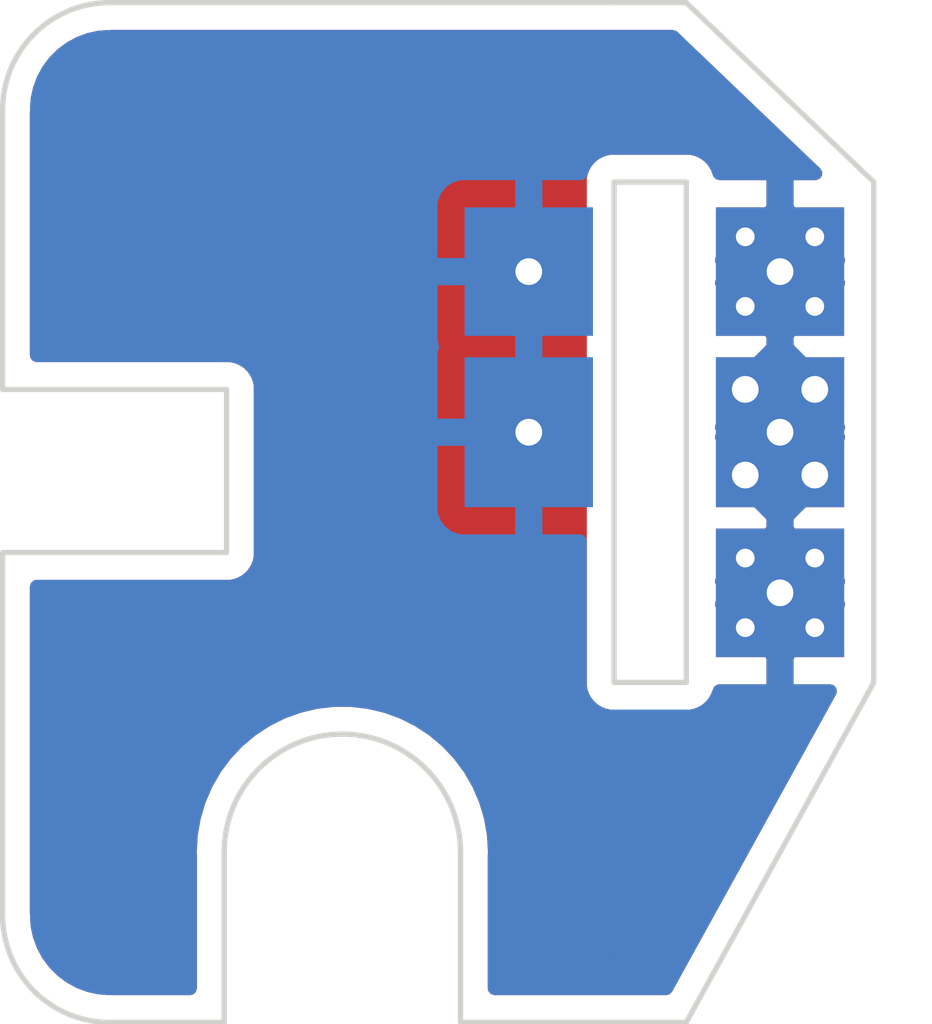
<source format=kicad_pcb>
(kicad_pcb (version 20211014) (generator pcbnew)
  (layers (0 "F.Cu" signal) (31 "B.Cu" signal) (34 "B.Paste" user) (35 "F.Paste" user) (36 "B.SilkS" user "B.Silkscreen") (37 "F.SilkS" user "F.Silkscreen") (38 "B.Mask" user) (39 "F.Mask" user) (44 "Edge.Cuts" user))
  (net 0 "")
  (net 1 "GND")
  (footprint "slot_cover:TestPoint_Pad_THT_2.0x2.0mm" (layer "F.Cu") (at 216.747 85 90)
    (fp_text reference "TP3" hide)
    (fp_text value "TestPoint" hide)
    (pad "1" thru_hole rect (at 0 0 90) (size 2.4 2.4) (drill 0.5) (layers *.Cu *.Mask) (net 1 "GND"))
    (pad "1" thru_hole circle (at -0.65 -0.65 90) (size 0.4 0.4) (drill 0.35) (layers *.Cu *.Mask) (net 1 "GND"))
    (pad "1" thru_hole circle (at -0.65 0.65 90) (size 0.4 0.4) (drill 0.35) (layers *.Cu *.Mask) (net 1 "GND"))
    (pad "1" thru_hole circle (at 0.65 -0.65 90) (size 0.4 0.4) (drill 0.35) (layers *.Cu "B.Mask") (net 1 "GND"))
    (pad "1" thru_hole circle (at 0.65 0.65 90) (size 0.4 0.4) (drill 0.35) (layers *.Cu *.Mask) (net 1 "GND"))
  )
  (footprint "slot_cover:TestPoint_Pad_THT_2.0x2.0mm" (layer "F.Cu") (at 216.747 91 -90)
    (fp_text reference "TP1" hide)
    (fp_text value "TestPoint" hide)
    (pad "1" thru_hole rect (at 0 0 270) (size 2.4 2.4) (drill 0.5) (layers *.Cu *.Mask) (net 1 "GND"))
    (pad "1" thru_hole circle (at 0.65 0.65 270) (size 0.4 0.4) (drill 0.35) (layers *.Cu *.Mask) (net 1 "GND"))
    (pad "1" thru_hole circle (at -0.65 -0.65 270) (size 0.4 0.4) (drill 0.35) (layers *.Cu *.Mask) (net 1 "GND"))
    (pad "1" thru_hole circle (at 0.65 -0.65 270) (size 0.4 0.4) (drill 0.35) (layers *.Cu "B.Mask") (net 1 "GND"))
    (pad "1" thru_hole circle (at -0.65 0.65 270) (size 0.4 0.4) (drill 0.35) (layers *.Cu *.Mask) (net 1 "GND"))
  )
  (footprint "slot_cover:TestPoint_Pad_THT_wide_2.0x2.0mm" (layer "F.Cu") (at 216.747 88 180)
    (fp_text reference "TP2" hide)
    (fp_text value "TestPoint" hide)
    (pad "1" thru_hole circle (at -0.65 0.8 180) (size 0.55 0.55) (drill 0.5) (layers *.Cu *.Mask) (net 1 "GND"))
    (pad "1" thru_hole circle (at 0.65 -0.8 180) (size 0.55 0.55) (drill 0.5) (layers *.Cu *.Mask) (net 1 "GND"))
    (pad "1" thru_hole rect (at 0 0 180) (size 2.4 2.8) (drill 0.5) (layers *.Cu *.Mask) (net 1 "GND"))
    (pad "1" thru_hole circle (at -0.65 -0.8 180) (size 0.55 0.55) (drill 0.5) (layers *.Cu *.Mask) (net 1 "GND"))
    (pad "1" thru_hole circle (at 0.65 0.8 180) (size 0.55 0.55) (drill 0.5) (layers *.Cu *.Mask) (net 1 "GND"))
  )
  (footprint "slot_cover:TestPoint_Pad_wide_2.0x2.0mm" (layer "B.Cu") (at 212.05 88 180)
    (fp_text reference "TP2" hide)
    (fp_text value "TestPoint" hide)
    (pad "1" smd rect (at 0 0 180) (size 2.4 2.8) (layers "B.Cu" "B.Mask") (net 1 "GND"))
  )
  (footprint "slot_cover:TestPoint_Pad_2.0x2.0mm" (layer "B.Cu") (at 212.05 85 90)
    (fp_text reference "TP3" hide)
    (fp_text value "TestPoint" hide)
    (pad "1" smd rect (at 0 0 90) (size 2.4 2.4) (layers "B.Cu" "B.Mask") (net 1 "GND"))
  )
  (gr_line (start 214.994 79.977) (end 218.5 83.327) (layer "Edge.Cuts") (width 0.1))
  (gr_line (start 214.994 83.327) (end 213.644 83.327) (layer "Edge.Cuts") (width 0.1))
  (gr_arc (start 202.214 81.977) (mid 202.799786 80.562786) (end 204.214 79.977) (layer "Edge.Cuts") (width 0.1))
  (gr_line (start 218.5 92.673) (end 214.994 99.023) (layer "Edge.Cuts") (width 0.1))
  (gr_line (start 202.214 87.2) (end 206.4 87.2) (layer "Edge.Cuts") (width 0.1))
  (gr_line (start 213.644 79.977) (end 214.994 79.977) (layer "Edge.Cuts") (width 0.1))
  (gr_arc (start 206.355 95.848) (mid 208.5645 93.6385) (end 210.774 95.848) (layer "Edge.Cuts") (width 0.1))
  (gr_line (start 213.644 83.327) (end 213.644 92.673) (layer "Edge.Cuts") (width 0.1))
  (gr_line (start 213.644 99.023) (end 214.994 99.023) (layer "Edge.Cuts") (width 0.1))
  (gr_line (start 210.774 95.848) (end 210.774 99.023) (layer "Edge.Cuts") (width 0.1))
  (gr_line (start 213.644 99.023) (end 210.774 99.023) (layer "Edge.Cuts") (width 0.1))
  (gr_line (start 206.4 87.2) (end 206.4 90.248) (layer "Edge.Cuts") (width 0.1))
  (gr_line (start 206.355 99.023) (end 204.214 99.023) (layer "Edge.Cuts") (width 0.1))
  (gr_line (start 213.644 79.977) (end 204.214 79.977) (layer "Edge.Cuts") (width 0.1))
  (gr_line (start 202.214 90.248) (end 202.214 97.023) (layer "Edge.Cuts") (width 0.1))
  (gr_arc (start 204.214 99.023) (mid 202.799786 98.437214) (end 202.214 97.023) (layer "Edge.Cuts") (width 0.1))
  (gr_line (start 214.994 92.673) (end 213.644 92.673) (layer "Edge.Cuts") (width 0.1))
  (gr_line (start 206.355 95.848) (end 206.355 99.023) (layer "Edge.Cuts") (width 0.1))
  (gr_line (start 202.214 81.977) (end 202.214 87.2) (layer "Edge.Cuts") (width 0.1))
  (gr_line (start 206.4 90.248) (end 202.214 90.248) (layer "Edge.Cuts") (width 0.1))
  (gr_line (start 214.994 83.327) (end 214.994 92.673) (layer "Edge.Cuts") (width 0.1))
  (gr_line (start 218.5 83.327) (end 218.5 92.673) (layer "Edge.Cuts") (width 0.1))
  (via (at 212.05 85) (size 1) (drill 0.5) (layers "F.Cu" "B.Cu") (net 1))
  (via (at 212.05 88) (size 1) (drill 0.5) (layers "F.Cu" "B.Cu") (net 1))
  (zone (net 1) (net_name "GND") (layers F&B.Cu) (connect_pads (clearance 0.508)) (min_thickness 0.254) (fill yes (thermal_gap 0.508) (thermal_bridge_width 0.508))
    (polygon (pts (xy 218.45 83.35) (xy 218.45 92.65) (xy 214.95 99) (xy 213.6 99) (xy 213.65 92.7) (xy 215 92.7) (xy 215 83.35) (xy 213.65 83.3) (xy 213.65 80) (xy 214.95 80)))
  )
  (zone (net 1) (net_name "GND") (layers F&B.Cu) (connect_pads (clearance 0.508)) (min_thickness 0.254) (fill yes (thermal_gap 0.508) (thermal_bridge_width 0.508))
    (polygon (pts (xy 213.65 85.1) (xy 213.65 87.8) (xy 213.65 91.3) (xy 213.65 94) (xy 213.6 99) (xy 210.85 99) (xy 210.85 95.9) (xy 210.8 95.3) (xy 210.5 94.65) (xy 209.9 94) (xy 209.4 93.75) (xy 209 93.65) (xy 208.1 93.7) (xy 207.65 93.85) (xy 207.3 94.05) (xy 206.9 94.45) (xy 206.5 95.05) (xy 206.4 95.8) (xy 206.4 98.95) (xy 203.95 98.95) (xy 203.25 98.7) (xy 202.55 98) (xy 202.35 97.35) (xy 202.25 96.65) (xy 202.3 90.3) (xy 206.45 90.25) (xy 206.45 87.2) (xy 202.3 87.15) (xy 202.3 81.7) (xy 202.4 81.35) (xy 202.6 80.9) (xy 202.85 80.6) (xy 203.3 80.25) (xy 203.6 80.1) (xy 204.1 80) (xy 213.65 80)))
  )
)
</source>
